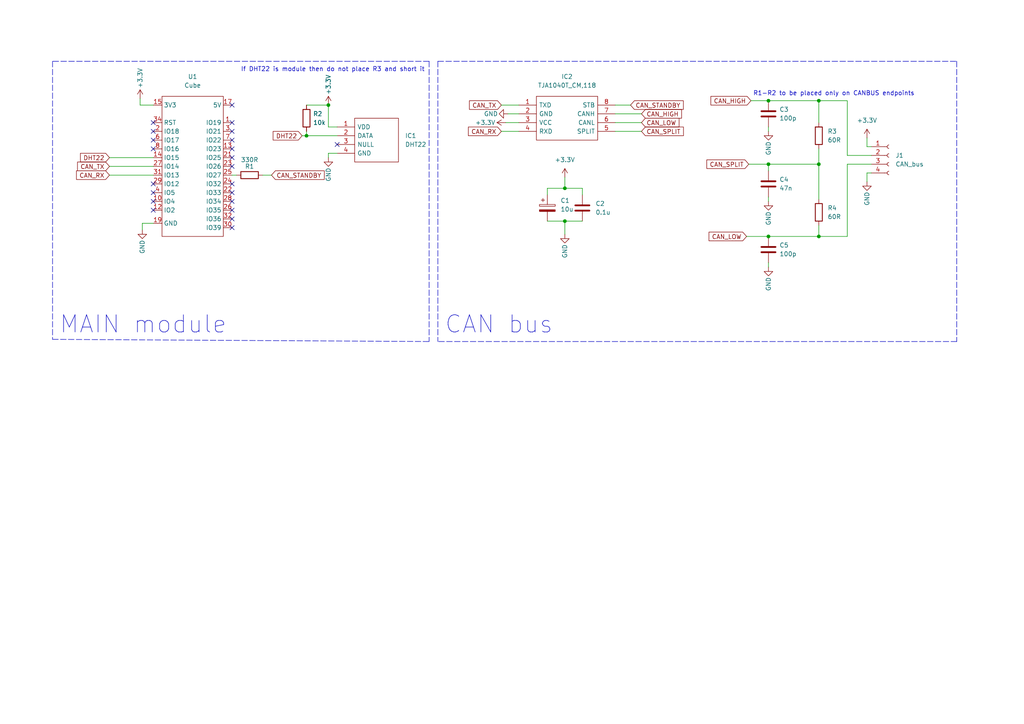
<source format=kicad_sch>
(kicad_sch (version 20211123) (generator eeschema)
  (paper "A4")
  (lib_symbols
    (symbol "Connector:Conn_01x04_Female" (pin_names (offset 1.016) hide)
      (property "Reference" "J" (at 0 5.08 0))
      (property "Value" "Conn_01x04_Female" (at 0 -7.62 0))
      (symbol "Conn_01x04_Female_1_1"
        (arc (start 0 -4.572) (mid -0.508 -5.08) (end 0 -5.588) (stroke (width 0.1524)))
        (arc (start 0 -2.032) (mid -0.508 -2.54) (end 0 -3.048) (stroke (width 0.1524)))
        (polyline (pts (xy -1.27 -5.08) (xy -0.508 -5.08)) (stroke (width 0.1524)))
        (polyline (pts (xy -1.27 -2.54) (xy -0.508 -2.54)) (stroke (width 0.1524)))
        (polyline (pts (xy -1.27 0) (xy -0.508 0)) (stroke (width 0.1524)))
        (polyline (pts (xy -1.27 2.54) (xy -0.508 2.54)) (stroke (width 0.1524)))
        (arc (start 0 0.508) (mid -0.508 0) (end 0 -0.508) (stroke (width 0.1524)))
        (arc (start 0 3.048) (mid -0.508 2.54) (end 0 2.032) (stroke (width 0.1524)))
        (pin passive line (at -5.08 2.54 0) (length 3.81) (name "Pin_1") (number "1"))
        (pin passive line (at -5.08 0 0) (length 3.81) (name "Pin_2") (number "2"))
        (pin passive line (at -5.08 -2.54 0) (length 3.81) (name "Pin_3") (number "3"))
        (pin passive line (at -5.08 -5.08 0) (length 3.81) (name "Pin_4") (number "4"))
      )
    )
    (symbol "Cube:Cube"
      (property "Reference" "U" (at 13.97 41.91 0))
      (property "Value" "Cube" (at 2.54 41.91 0))
      (symbol "Cube_0_1"
        (rectangle (start 0 40.64) (end 17.78 0))
      )
      (symbol "Cube_1_1"
        (pin bidirectional line (at 20.32 33.02 180) (length 2.54) (name "IO19") (number "1"))
        (pin bidirectional line (at -2.54 10.16 0) (length 2.54) (name "IO4") (number "10"))
        (pin bidirectional line (at -2.54 7.62 0) (length 2.54) (name "IO2") (number "12"))
        (pin bidirectional line (at 20.32 25.4 180) (length 2.54) (name "IO23") (number "13"))
        (pin bidirectional line (at -2.54 22.86 0) (length 2.54) (name "IO15") (number "14"))
        (pin power_out line (at -2.54 38.1 0) (length 2.54) (name "3V3") (number "15"))
        (pin power_out line (at 20.32 38.1 180) (length 2.54) (name "5V") (number "17"))
        (pin power_out line (at -2.54 3.81 0) (length 2.54) (name "GND") (number "19"))
        (pin bidirectional line (at -2.54 30.48 0) (length 2.54) (name "IO18") (number "2"))
        (pin bidirectional line (at 20.32 22.86 180) (length 2.54) (name "IO25") (number "21"))
        (pin bidirectional line (at 20.32 12.7 180) (length 2.54) (name "IO33") (number "22"))
        (pin bidirectional line (at 20.32 20.32 180) (length 2.54) (name "IO26") (number "23"))
        (pin bidirectional line (at 20.32 15.24 180) (length 2.54) (name "IO32") (number "24"))
        (pin bidirectional line (at 20.32 17.78 180) (length 2.54) (name "IO27") (number "25"))
        (pin input line (at 20.32 7.62 180) (length 2.54) (name "IO35") (number "26"))
        (pin bidirectional line (at -2.54 20.32 0) (length 2.54) (name "IO14") (number "27"))
        (pin input line (at 20.32 10.16 180) (length 2.54) (name "IO34") (number "28"))
        (pin bidirectional line (at -2.54 15.24 0) (length 2.54) (name "IO12") (number "29"))
        (pin bidirectional line (at 20.32 30.48 180) (length 2.54) (name "IO21") (number "3"))
        (pin input line (at 20.32 2.54 180) (length 2.54) (name "IO39") (number "30"))
        (pin bidirectional line (at -2.54 17.78 0) (length 2.54) (name "IO13") (number "31"))
        (pin input line (at 20.32 5.08 180) (length 2.54) (name "IO36") (number "32"))
        (pin input line (at -2.54 33.02 0) (length 2.54) (name "RST") (number "34"))
        (pin bidirectional line (at -2.54 12.7 0) (length 2.54) (name "IO5") (number "4"))
        (pin bidirectional line (at -2.54 27.94 0) (length 2.54) (name "IO17") (number "6"))
        (pin bidirectional line (at 20.32 27.94 180) (length 2.54) (name "IO22") (number "7"))
        (pin bidirectional line (at -2.54 25.4 0) (length 2.54) (name "IO16") (number "8"))
      )
    )
    (symbol "Device:C" (pin_numbers hide) (pin_names (offset 0.254))
      (property "Reference" "C" (at 0.635 2.54 0))
      (property "Value" "C" (at 0.635 -2.54 0))
      (symbol "C_0_1"
        (polyline (pts (xy -2.032 -0.762) (xy 2.032 -0.762)) (stroke (width 0.508)))
        (polyline (pts (xy -2.032 0.762) (xy 2.032 0.762)) (stroke (width 0.508)))
      )
      (symbol "C_1_1"
        (pin passive line (at 0 3.81 270) (length 2.794) (name "~") (number "1"))
        (pin passive line (at 0 -3.81 90) (length 2.794) (name "~") (number "2"))
      )
    )
    (symbol "Device:C_Polarized" (pin_numbers hide) (pin_names (offset 0.254))
      (property "Reference" "C" (at 0.635 2.54 0))
      (property "Value" "C_Polarized" (at 0.635 -2.54 0))
      (symbol "C_Polarized_0_1"
        (rectangle (start -2.286 0.508) (end 2.286 1.016))
        (polyline (pts (xy -1.778 2.286) (xy -0.762 2.286)))
        (polyline (pts (xy -1.27 2.794) (xy -1.27 1.778)))
        (rectangle (start 2.286 -0.508) (end -2.286 -1.016) (fill (type outline)))
      )
      (symbol "C_Polarized_1_1"
        (pin passive line (at 0 3.81 270) (length 2.794) (name "~") (number "1"))
        (pin passive line (at 0 -3.81 90) (length 2.794) (name "~") (number "2"))
      )
    )
    (symbol "Device:R" (pin_numbers hide) (pin_names (offset 0))
      (property "Reference" "R" (at 2.032 0 90))
      (property "Value" "R" (at 0 0 90))
      (symbol "R_0_1"
        (rectangle (start -1.016 -2.54) (end 1.016 2.54) (stroke (width 0.254)))
      )
      (symbol "R_1_1"
        (pin passive line (at 0 3.81 270) (length 1.27) (name "~") (number "1"))
        (pin passive line (at 0 -3.81 90) (length 1.27) (name "~") (number "2"))
      )
    )
    (symbol "Sama:DHT22" (pin_names (offset 0.762))
      (property "Reference" "IC" (at 19.05 7.62 0))
      (property "Value" "DHT22" (at 19.05 5.08 0))
      (symbol "DHT22_0_0"
        (pin passive line (at 0 0 0) (length 5.08) (name "VDD") (number "1"))
        (pin passive line (at 0 -2.54 0) (length 5.08) (name "DATA") (number "2"))
        (pin passive line (at 0 -5.08 0) (length 5.08) (name "NULL") (number "3"))
        (pin passive line (at 0 -7.62 0) (length 5.08) (name "GND") (number "4"))
      )
      (symbol "DHT22_0_1"
        (polyline (pts (xy 5.08 2.54) (xy 17.78 2.54) (xy 17.78 -10.16) (xy 5.08 -10.16) (xy 5.08 2.54)) (stroke (width 0.1524)))
      )
    )
    (symbol "SamacSys_Parts:TJA1040T_CM,118" (pin_names (offset 0.762))
      (property "Reference" "IC" (at 24.13 7.62 0))
      (property "Value" "TJA1040T_CM,118" (at 24.13 5.08 0))
      (symbol "TJA1040T_CM,118_0_0"
        (pin passive line (at 0 0 0) (length 5.08) (name "TXD") (number "1"))
        (pin passive line (at 0 -2.54 0) (length 5.08) (name "GND") (number "2"))
        (pin passive line (at 0 -5.08 0) (length 5.08) (name "VCC") (number "3"))
        (pin passive line (at 0 -7.62 0) (length 5.08) (name "RXD") (number "4"))
        (pin passive line (at 27.94 -7.62 180) (length 5.08) (name "SPLIT") (number "5"))
        (pin passive line (at 27.94 -5.08 180) (length 5.08) (name "CANL") (number "6"))
        (pin passive line (at 27.94 -2.54 180) (length 5.08) (name "CANH") (number "7"))
        (pin passive line (at 27.94 0 180) (length 5.08) (name "STB") (number "8"))
      )
      (symbol "TJA1040T_CM,118_0_1"
        (polyline (pts (xy 5.08 2.54) (xy 22.86 2.54) (xy 22.86 -10.16) (xy 5.08 -10.16) (xy 5.08 2.54)) (stroke (width 0.1524)))
      )
    )
    (symbol "power:+3.3V" (power) (pin_names (offset 0))
      (property "Value" "+3.3V" (at 0 3.556 0))
      (symbol "+3.3V_0_1"
        (polyline (pts (xy -0.762 1.27) (xy 0 2.54)))
        (polyline (pts (xy 0 0) (xy 0 2.54)))
        (polyline (pts (xy 0 2.54) (xy 0.762 1.27)))
      )
      (symbol "+3.3V_1_1"
        (pin power_in line (at 0 0 90) (length 0) hide (name "+3.3V") (number "1"))
      )
    )
    (symbol "power:GND" (power) (pin_names (offset 0))
      (property "Value" "GND" (at 0 -3.81 0))
      (symbol "GND_0_1"
        (polyline (pts (xy 0 0) (xy 0 -1.27) (xy 1.27 -1.27) (xy 0 -2.54) (xy -1.27 -1.27) (xy 0 -1.27)))
      )
      (symbol "GND_1_1"
        (pin power_in line (at 0 0 270) (length 0) hide (name "GND") (number "1"))
      )
    )
  )
  (junction (at 163.83 64.135))
  (junction (at 237.49 47.625))
  (junction (at 237.49 68.58))
  (junction (at 88.9 39.37))
  (junction (at 237.49 29.21))
  (junction (at 222.885 29.21))
  (junction (at 222.885 47.625))
  (junction (at 222.885 68.58))
  (junction (at 95.25 30.48))
  (junction (at 163.83 54.61))
  (no_connect (at 44.45 35.56))
  (no_connect (at 44.45 60.96))
  (no_connect (at 44.45 58.42))
  (no_connect (at 44.45 55.88))
  (no_connect (at 44.45 40.64))
  (no_connect (at 44.45 43.18))
  (no_connect (at 67.31 66.04))
  (no_connect (at 67.31 63.5))
  (no_connect (at 67.31 60.96))
  (no_connect (at 67.31 58.42))
  (no_connect (at 67.31 55.88))
  (no_connect (at 67.31 53.34))
  (no_connect (at 67.31 48.26))
  (no_connect (at 67.31 43.18))
  (no_connect (at 67.31 45.72))
  (no_connect (at 67.31 40.64))
  (no_connect (at 67.31 38.1))
  (no_connect (at 67.31 35.56))
  (no_connect (at 67.31 30.48))
  (no_connect (at 44.45 38.1))
  (no_connect (at 44.45 53.34))
  (no_connect (at 97.79 41.91))
  (wire (pts (xy 245.745 68.58) (xy 237.49 68.58)))
  (wire (pts (xy 252.73 42.545) (xy 251.46 42.545)))
  (wire (pts (xy 217.17 47.625) (xy 222.885 47.625)))
  (wire (pts (xy 245.745 45.085) (xy 245.745 29.21)))
  (wire (pts (xy 97.79 44.45) (xy 95.25 44.45)))
  (wire (pts (xy 163.83 64.135) (xy 163.83 67.945)))
  (wire (pts (xy 237.49 35.56) (xy 237.49 29.21)))
  (wire (pts (xy 178.435 38.1) (xy 186.055 38.1)))
  (wire (pts (xy 252.73 50.165) (xy 251.46 50.165)))
  (wire (pts (xy 87.63 39.37) (xy 88.9 39.37)))
  (wire (pts (xy 178.435 30.48) (xy 182.88 30.48)))
  (wire (pts (xy 163.83 64.135) (xy 168.91 64.135)))
  (wire (pts (xy 88.9 39.37) (xy 97.79 39.37)))
  (wire (pts (xy 158.75 56.515) (xy 158.75 54.61)))
  (polyline (pts (xy 15.24 98.425) (xy 124.46 99.06)))
  (wire (pts (xy 88.9 30.48) (xy 95.25 30.48)))
  (wire (pts (xy 222.885 76.2) (xy 222.885 77.47)))
  (polyline (pts (xy 15.24 17.78) (xy 15.24 98.425)))
  (wire (pts (xy 251.46 50.165) (xy 251.46 52.705)))
  (wire (pts (xy 163.83 51.435) (xy 163.83 54.61)))
  (wire (pts (xy 222.885 47.625) (xy 222.885 49.53)))
  (wire (pts (xy 95.25 30.48) (xy 95.25 36.83)))
  (polyline (pts (xy 277.495 99.06) (xy 127 99.06)))
  (wire (pts (xy 146.685 35.56) (xy 150.495 35.56)))
  (wire (pts (xy 222.885 57.15) (xy 222.885 58.42)))
  (wire (pts (xy 78.74 50.8) (xy 76.2 50.8)))
  (wire (pts (xy 158.75 54.61) (xy 163.83 54.61)))
  (wire (pts (xy 158.75 64.135) (xy 163.83 64.135)))
  (wire (pts (xy 237.49 57.785) (xy 237.49 47.625)))
  (wire (pts (xy 222.885 29.21) (xy 237.49 29.21)))
  (wire (pts (xy 67.31 50.8) (xy 68.58 50.8)))
  (wire (pts (xy 40.64 30.48) (xy 40.64 28.575)))
  (wire (pts (xy 41.275 64.77) (xy 41.275 66.675)))
  (polyline (pts (xy 127 17.78) (xy 277.495 17.78)))
  (wire (pts (xy 31.75 48.26) (xy 44.45 48.26)))
  (wire (pts (xy 95.25 44.45) (xy 95.25 45.72)))
  (wire (pts (xy 145.415 30.48) (xy 150.495 30.48)))
  (wire (pts (xy 88.9 38.1) (xy 88.9 39.37)))
  (wire (pts (xy 31.75 50.8) (xy 44.45 50.8)))
  (wire (pts (xy 217.805 29.21) (xy 222.885 29.21)))
  (wire (pts (xy 222.885 68.58) (xy 237.49 68.58)))
  (wire (pts (xy 237.49 68.58) (xy 237.49 65.405)))
  (wire (pts (xy 237.49 47.625) (xy 222.885 47.625)))
  (wire (pts (xy 252.73 45.085) (xy 245.745 45.085)))
  (wire (pts (xy 147.32 33.02) (xy 150.495 33.02)))
  (wire (pts (xy 252.73 47.625) (xy 245.745 47.625)))
  (wire (pts (xy 222.885 36.83) (xy 222.885 38.1)))
  (wire (pts (xy 216.535 68.58) (xy 222.885 68.58)))
  (wire (pts (xy 251.46 42.545) (xy 251.46 40.005)))
  (wire (pts (xy 245.745 47.625) (xy 245.745 68.58)))
  (wire (pts (xy 178.435 33.02) (xy 186.055 33.02)))
  (polyline (pts (xy 124.46 17.78) (xy 15.24 17.78)))
  (wire (pts (xy 97.79 36.83) (xy 95.25 36.83)))
  (polyline (pts (xy 127 17.78) (xy 127 99.06)))
  (polyline (pts (xy 124.46 17.78) (xy 124.46 99.06)))
  (wire (pts (xy 168.91 56.515) (xy 168.91 54.61)))
  (wire (pts (xy 31.75 45.72) (xy 44.45 45.72)))
  (wire (pts (xy 245.745 29.21) (xy 237.49 29.21)))
  (wire (pts (xy 44.45 64.77) (xy 41.275 64.77)))
  (wire (pts (xy 178.435 35.56) (xy 186.055 35.56)))
  (wire (pts (xy 163.83 54.61) (xy 168.91 54.61)))
  (wire (pts (xy 237.49 43.18) (xy 237.49 47.625)))
  (polyline (pts (xy 277.495 17.78) (xy 277.495 99.06)))
  (wire (pts (xy 44.45 30.48) (xy 40.64 30.48)))
  (wire (pts (xy 145.415 38.1) (xy 150.495 38.1)))
  (text "R1-R2 to be placed only on CANBUS endpoints" (at 218.44 27.94 0) (effects (font (size 1.27 1.27)) (justify left bottom)))
  (text "If DHT22 is module then do not place R3 and short it" (at 69.85 20.955 0) (effects (font (size 1.27 1.27)) (justify left bottom)))
  (text "CAN bus" (at 128.905 97.155 0) (effects (font (size 5 5)) (justify left bottom)))
  (text "MAIN module" (at 17.145 97.155 0) (effects (font (size 5 5)) (justify left bottom)))
  (global_label "CAN_HIGH" (shape input) (at 217.805 29.21 180) (property "Intersheet References" "${INTERSHEET_REFS}" (effects hide)))
  (global_label "CAN_STANDBY" (shape input) (at 78.74 50.8 0) (property "Intersheet References" "${INTERSHEET_REFS}" (effects hide)))
  (global_label "CAN_LOW" (shape input) (at 216.535 68.58 180) (property "Intersheet References" "${INTERSHEET_REFS}" (effects hide)))
  (global_label "CAN_TX" (shape input) (at 31.75 48.26 180) (property "Intersheet References" "${INTERSHEET_REFS}" (effects hide)))
  (global_label "CAN_RX" (shape input) (at 31.75 50.8 180) (property "Intersheet References" "${INTERSHEET_REFS}" (effects hide)))
  (global_label "CAN_SPLIT" (shape input) (at 217.17 47.625 180) (property "Intersheet References" "${INTERSHEET_REFS}" (effects hide)))
  (global_label "DHT22" (shape input) (at 87.63 39.37 180) (property "Intersheet References" "${INTERSHEET_REFS}" (effects hide)))
  (global_label "CAN_SPLIT" (shape input) (at 186.055 38.1 0) (property "Intersheet References" "${INTERSHEET_REFS}" (effects hide)))
  (global_label "CAN_LOW" (shape input) (at 186.055 35.56 0) (property "Intersheet References" "${INTERSHEET_REFS}" (effects hide)))
  (global_label "DHT22" (shape input) (at 31.75 45.72 180) (property "Intersheet References" "${INTERSHEET_REFS}" (effects hide)))
  (global_label "CAN_HIGH" (shape input) (at 186.055 33.02 0) (property "Intersheet References" "${INTERSHEET_REFS}" (effects hide)))
  (global_label "CAN_STANDBY" (shape input) (at 182.88 30.48 0) (property "Intersheet References" "${INTERSHEET_REFS}" (effects hide)))
  (global_label "CAN_RX" (shape input) (at 145.415 38.1 180) (property "Intersheet References" "${INTERSHEET_REFS}" (effects hide)))
  (global_label "CAN_TX" (shape input) (at 145.415 30.48 180) (property "Intersheet References" "${INTERSHEET_REFS}" (effects hide)))
  (symbol (lib_id "power:GND") (at 41.275 66.675 0) (mirror y) (unit 1)
    (property "Reference" "#PWR0110" (effects hide))
    (property "Value" "GND" (at 41.275 73.66 90) (effects (justify left)))
  )
  (symbol (lib_id "Sama:DHT22") (at 97.79 36.83 0) (unit 1)
    (property "Reference" "IC1" (at 117.475 39.3699 0) (effects (justify left)))
    (property "Value" "DHT22" (at 117.475 41.9099 0) (effects (justify left)))
    (property "Footprint" "SamacSys_Parts:DHT22" (effects hide))
    (property "Datasheet" "https://datasheet4u.com/datasheet-parts/DHT22-datasheet.php?id=792211" (effects hide))
    (property "Description" "Digital-output relative humidity & temperature sensor/module DHT22" (effects hide))
    (property "Height" "25.1" (effects hide))
    (property "Manufacturer_Name" "Aosong Electronics" (effects hide))
    (property "Manufacturer_Part_Number" "DHT22" (effects hide))
  )
  (symbol (lib_id "power:GND") (at 222.885 58.42 0) (mirror y) (unit 1)
    (property "Reference" "#PWR0101" (effects hide))
    (property "Value" "GND" (at 222.885 65.405 90) (effects (justify left)))
  )
  (symbol (lib_id "Cube:Cube") (at 46.99 68.58 0) (unit 1)
    (property "Reference" "U1" (at 55.88 22.225 0))
    (property "Value" "Cube" (at 55.88 24.765 0))
    (property "Footprint" "SDG:THT 20x2x2" (effects hide))
  )
  (symbol (lib_id "power:GND") (at 163.83 67.945 0) (mirror y) (unit 1)
    (property "Reference" "#PWR0106" (effects hide))
    (property "Value" "GND" (at 163.83 74.93 90) (effects (justify left)))
  )
  (symbol (lib_id "Device:C") (at 168.91 60.325 180) (unit 1)
    (property "Reference" "C2" (at 172.72 59.0549 0) (effects (justify right)))
    (property "Value" "0.1u" (at 172.72 61.5949 0) (effects (justify right)))
    (property "Footprint" "Capacitor_SMD:C_0603_1608Metric" (effects hide))
  )
  (symbol (lib_id "Device:R") (at 88.9 34.29 180) (unit 1)
    (property "Reference" "R2" (at 90.805 33.0199 0) (effects (justify right)))
    (property "Value" "10k" (at 90.805 35.5599 0) (effects (justify right)))
    (property "Footprint" "Resistor_SMD:R_0402_1005Metric" (effects hide))
  )
  (symbol (lib_id "Device:C") (at 222.885 33.02 180) (unit 1)
    (property "Reference" "C3" (at 226.06 31.7499 0) (effects (justify right)))
    (property "Value" "100p" (at 226.06 34.2899 0) (effects (justify right)))
    (property "Footprint" "Capacitor_SMD:C_0603_1608Metric" (effects hide))
  )
  (symbol (lib_id "Device:C_Polarized") (at 158.75 60.325 0) (unit 1)
    (property "Reference" "C1" (at 162.56 58.1659 0) (effects (justify left)))
    (property "Value" "10u" (at 162.56 60.7059 0) (effects (justify left)))
    (property "Footprint" "Capacitor_SMD:C_0805_2012Metric" (effects hide))
  )
  (symbol (lib_id "power:+3.3V") (at 163.83 51.435 0) (mirror y) (unit 1)
    (property "Reference" "#PWR0104" (effects hide))
    (property "Value" "+3.3V" (at 163.83 46.355 0))
  )
  (symbol (lib_id "power:+3.3V") (at 40.64 28.575 0) (mirror y) (unit 1)
    (property "Reference" "#PWR0111" (effects hide))
    (property "Value" "+3.3V" (at 40.64 19.685 90) (effects (justify right)))
  )
  (symbol (lib_id "Device:C") (at 222.885 53.34 180) (unit 1)
    (property "Reference" "C4" (at 226.06 52.0699 0) (effects (justify right)))
    (property "Value" "47n" (at 226.06 54.6099 0) (effects (justify right)))
    (property "Footprint" "Capacitor_SMD:C_0603_1608Metric" (effects hide))
  )
  (symbol (lib_id "power:GND") (at 147.32 33.02 270) (mirror x) (unit 1)
    (property "Reference" "#PWR0105" (effects hide))
    (property "Value" "GND" (at 140.335 33.02 90) (effects (justify left)))
  )
  (symbol (lib_id "Device:C") (at 222.885 72.39 180) (unit 1)
    (property "Reference" "C5" (at 226.06 71.1199 0) (effects (justify right)))
    (property "Value" "100p" (at 226.06 73.6599 0) (effects (justify right)))
    (property "Footprint" "Capacitor_SMD:C_0603_1608Metric" (effects hide))
  )
  (symbol (lib_id "Device:R") (at 237.49 61.595 0) (unit 1)
    (property "Reference" "R4" (at 240.03 60.3249 0) (effects (justify left)))
    (property "Value" "60R" (at 240.03 62.8649 0) (effects (justify left)))
    (property "Footprint" "Resistor_SMD:R_0402_1005Metric" (effects hide))
  )
  (symbol (lib_id "Connector:Conn_01x04_Female") (at 257.81 45.085 0) (unit 1)
    (property "Reference" "J1" (at 259.715 45.0849 0) (effects (justify left)))
    (property "Value" "CAN_bus" (at 259.715 47.6249 0) (effects (justify left)))
    (property "Footprint" "Connector_JST:JST_PH_S4B-PH-K_1x04_P2.00mm_Horizontal" (effects hide))
  )
  (symbol (lib_id "SamacSys_Parts:TJA1040T_CM,118") (at 150.495 30.48 0) (unit 1)
    (property "Reference" "IC2" (at 164.465 22.225 0))
    (property "Value" "TJA1040T_CM,118" (at 164.465 24.765 0))
    (property "Footprint" "SamacSys_Parts:SOIC127P600X175-8N" (effects hide))
    (property "Datasheet" "http://www.nxp.com/docs/en/data-sheet/TJA1040.pdf" (effects hide))
    (property "Description" "CAN Interface IC High-speed CAN transceiver with standby mode" (effects hide))
    (property "Height" "1.75" (effects hide))
    (property "Manufacturer_Name" "NXP" (effects hide))
    (property "Manufacturer_Part_Number" "TJA1040T/CM,118" (effects hide))
    (property "Mouser Part Number" "771-TJA1040T/CM118" (effects hide))
    (property "Mouser Price/Stock" "https://www.mouser.co.uk/ProductDetail/NXP-Semiconductors/TJA1040T-CM118?qs=5XOdhvmYM0NSGbC3XPvNbw%3D%3D" (effects hide))
    (property "Arrow Part Number" "TJA1040T/CM,118" (effects hide))
    (property "Arrow Price/Stock" "https://www.arrow.com/en/products/tja1040tcm118/nxp-semiconductors?region=nac" (effects hide))
  )
  (symbol (lib_id "power:+3.3V") (at 95.25 30.48 0) (mirror y) (unit 1)
    (property "Reference" "#PWR0113" (effects hide))
    (property "Value" "+3.3V" (at 95.25 21.59 90) (effects (justify right)))
  )
  (symbol (lib_id "power:+3.3V") (at 146.685 35.56 90) (mirror x) (unit 1)
    (property "Reference" "#PWR0103" (effects hide))
    (property "Value" "+3.3V" (at 137.795 35.56 90) (effects (justify right)))
  )
  (symbol (lib_id "power:GND") (at 251.46 52.705 0) (mirror y) (unit 1)
    (property "Reference" "#PWR0107" (effects hide))
    (property "Value" "GND" (at 251.46 59.69 90) (effects (justify left)))
  )
  (symbol (lib_id "Device:R") (at 237.49 39.37 0) (unit 1)
    (property "Reference" "R3" (at 240.03 38.0999 0) (effects (justify left)))
    (property "Value" "60R" (at 240.03 40.6399 0) (effects (justify left)))
    (property "Footprint" "Resistor_SMD:R_0402_1005Metric" (effects hide))
  )
  (symbol (lib_id "power:GND") (at 95.25 45.72 0) (mirror y) (unit 1)
    (property "Reference" "#PWR0112" (effects hide))
    (property "Value" "GND" (at 95.25 52.705 90) (effects (justify left)))
  )
  (symbol (lib_id "power:GND") (at 222.885 77.47 0) (mirror y) (unit 1)
    (property "Reference" "#PWR0102" (effects hide))
    (property "Value" "GND" (at 222.885 84.455 90) (effects (justify left)))
  )
  (symbol (lib_id "Device:R") (at 72.39 50.8 90) (unit 1)
    (property "Reference" "R1" (at 72.39 48.26 90))
    (property "Value" "330R" (at 72.39 46.355 90))
    (property "Footprint" "Resistor_SMD:R_0402_1005Metric" (effects hide))
  )
  (symbol (lib_id "power:+3.3V") (at 251.46 40.005 0) (mirror y) (unit 1)
    (property "Reference" "#PWR0109" (effects hide))
    (property "Value" "+3.3V" (at 251.46 34.925 0))
  )
  (symbol (lib_id "power:GND") (at 222.885 38.1 0) (mirror y) (unit 1)
    (property "Reference" "#PWR0108" (effects hide))
    (property "Value" "GND" (at 222.885 45.085 90) (effects (justify left)))
  )
)
</source>
